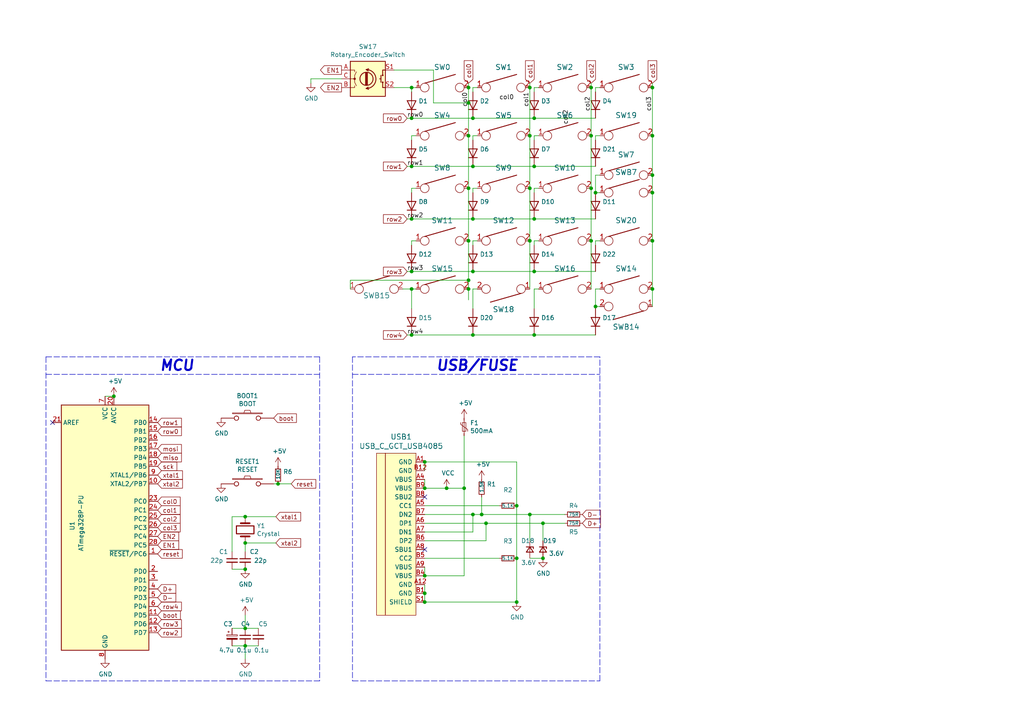
<source format=kicad_sch>
(kicad_sch (version 20211123) (generator eeschema)
  (paper "A4")
  (lib_symbols
    (symbol "Device:C_Polarized_Small" (pin_numbers hide) (pin_names (offset 0.254) hide)
      (property "Reference" "C" (at 0.254 1.778 0))
      (property "Value" "C_Polarized_Small" (at 0.254 -2.032 0))
      (symbol "C_Polarized_Small_0_1"
        (rectangle (start -1.524 -0.3048) (end 1.524 -0.6858) (fill (type outline)))
        (rectangle (start -1.524 0.6858) (end 1.524 0.3048))
        (polyline (pts (xy -1.27 1.524) (xy -0.762 1.524)))
        (polyline (pts (xy -1.016 1.27) (xy -1.016 1.778)))
      )
      (symbol "C_Polarized_Small_1_1"
        (pin passive line (at 0 2.54 270) (length 1.8542) (name "~") (number "1"))
        (pin passive line (at 0 -2.54 90) (length 1.8542) (name "~") (number "2"))
      )
    )
    (symbol "Device:C_Small" (pin_numbers hide) (pin_names (offset 0.254) hide)
      (property "Reference" "C" (at 0.254 1.778 0))
      (property "Value" "C_Small" (at 0.254 -2.032 0))
      (symbol "C_Small_0_1"
        (polyline (pts (xy -1.524 -0.508) (xy 1.524 -0.508)) (stroke (width 0.3302)))
        (polyline (pts (xy -1.524 0.508) (xy 1.524 0.508)) (stroke (width 0.3048)))
      )
      (symbol "C_Small_1_1"
        (pin passive line (at 0 2.54 270) (length 2.032) (name "~") (number "1"))
        (pin passive line (at 0 -2.54 90) (length 2.032) (name "~") (number "2"))
      )
    )
    (symbol "Device:Crystal" (pin_numbers hide) (pin_names (offset 1.016) hide)
      (property "Reference" "Y" (at 0 3.81 0))
      (property "Value" "Crystal" (at 0 -3.81 0))
      (symbol "Crystal_0_1"
        (rectangle (start -1.143 2.54) (end 1.143 -2.54) (stroke (width 0.3048)))
        (polyline (pts (xy -2.54 0) (xy -1.905 0)))
        (polyline (pts (xy -1.905 -1.27) (xy -1.905 1.27)) (stroke (width 0.508)))
        (polyline (pts (xy 1.905 -1.27) (xy 1.905 1.27)) (stroke (width 0.508)))
        (polyline (pts (xy 2.54 0) (xy 1.905 0)))
      )
      (symbol "Crystal_1_1"
        (pin passive line (at -3.81 0 0) (length 1.27) (name "1") (number "1"))
        (pin passive line (at 3.81 0 180) (length 1.27) (name "2") (number "2"))
      )
    )
    (symbol "Device:D" (pin_numbers hide) (pin_names (offset 1.016) hide)
      (property "Reference" "D" (at 0 2.54 0))
      (property "Value" "D" (at 0 -2.54 0))
      (symbol "D_0_1"
        (polyline (pts (xy -1.27 1.27) (xy -1.27 -1.27)) (stroke (width 0.254)))
        (polyline (pts (xy 1.27 0) (xy -1.27 0)))
        (polyline (pts (xy 1.27 1.27) (xy 1.27 -1.27) (xy -1.27 0) (xy 1.27 1.27)) (stroke (width 0.254)))
      )
      (symbol "D_1_1"
        (pin passive line (at -3.81 0 0) (length 2.54) (name "K") (number "1"))
        (pin passive line (at 3.81 0 180) (length 2.54) (name "A") (number "2"))
      )
    )
    (symbol "Device:D_Zener_Small" (pin_numbers hide) (pin_names (offset 0.254) hide)
      (property "Reference" "D" (at 0 2.286 0))
      (property "Value" "D_Zener_Small" (at 0 -2.286 0))
      (symbol "D_Zener_Small_0_1"
        (polyline (pts (xy 0.762 0) (xy -0.762 0)))
        (polyline (pts (xy -0.254 1.016) (xy -0.762 1.016) (xy -0.762 -1.016)) (stroke (width 0.254)))
        (polyline (pts (xy 0.762 1.016) (xy -0.762 0) (xy 0.762 -1.016) (xy 0.762 1.016)) (stroke (width 0.254)))
      )
      (symbol "D_Zener_Small_1_1"
        (pin passive line (at -2.54 0 0) (length 1.778) (name "K") (number "1"))
        (pin passive line (at 2.54 0 180) (length 1.778) (name "A") (number "2"))
      )
    )
    (symbol "Device:Polyfuse_Small" (pin_numbers hide) (pin_names (offset 0))
      (property "Reference" "F" (at -1.905 0 90))
      (property "Value" "Polyfuse_Small" (at 1.905 0 90))
      (symbol "Polyfuse_Small_0_1"
        (rectangle (start -0.508 1.27) (end 0.508 -1.27))
        (polyline (pts (xy 0 2.54) (xy 0 -2.54)))
        (polyline (pts (xy -1.016 1.27) (xy -1.016 0.762) (xy 1.016 -0.762) (xy 1.016 -1.27)))
      )
      (symbol "Polyfuse_Small_1_1"
        (pin passive line (at 0 2.54 270) (length 0.635) (name "~") (number "1"))
        (pin passive line (at 0 -2.54 90) (length 0.635) (name "~") (number "2"))
      )
    )
    (symbol "Device:R_Small" (pin_numbers hide) (pin_names (offset 0.254) hide)
      (property "Reference" "R" (at 0.762 0.508 0))
      (property "Value" "R_Small" (at 0.762 -1.016 0))
      (symbol "R_Small_0_1"
        (rectangle (start -0.762 1.778) (end 0.762 -1.778) (stroke (width 0.2032)))
      )
      (symbol "R_Small_1_1"
        (pin passive line (at 0 2.54 270) (length 0.762) (name "~") (number "1"))
        (pin passive line (at 0 -2.54 90) (length 0.762) (name "~") (number "2"))
      )
    )
    (symbol "Device:RotaryEncoder_Switch" (pin_names (offset 0.254) hide)
      (property "Reference" "SW" (at 0 6.604 0))
      (property "Value" "RotaryEncoder_Switch" (at 0 -6.604 0))
      (symbol "RotaryEncoder_Switch_0_1"
        (rectangle (start -5.08 5.08) (end 5.08 -5.08) (stroke (width 0.254)) (fill (type background)))
        (circle (center -3.81 0) (radius 0.254) (fill (type outline)))
        (arc (start -0.381 -2.794) (mid 2.3622 -0.0508) (end -0.381 2.667) (stroke (width 0.254)))
        (circle (center -0.381 0) (radius 1.905) (stroke (width 0.254)))
        (polyline (pts (xy -0.635 -1.778) (xy -0.635 1.778)) (stroke (width 0.254)))
        (polyline (pts (xy -0.381 -1.778) (xy -0.381 1.778)) (stroke (width 0.254)))
        (polyline (pts (xy -0.127 1.778) (xy -0.127 -1.778)) (stroke (width 0.254)))
        (polyline (pts (xy 3.81 0) (xy 3.429 0)) (stroke (width 0.254)))
        (polyline (pts (xy 3.81 1.016) (xy 3.81 -1.016)) (stroke (width 0.254)))
        (polyline (pts (xy -5.08 -2.54) (xy -3.81 -2.54) (xy -3.81 -2.032)))
        (polyline (pts (xy -5.08 2.54) (xy -3.81 2.54) (xy -3.81 2.032)))
        (polyline (pts (xy 0.254 -3.048) (xy -0.508 -2.794) (xy 0.127 -2.413)) (stroke (width 0.254)))
        (polyline (pts (xy 0.254 2.921) (xy -0.508 2.667) (xy 0.127 2.286)) (stroke (width 0.254)))
        (polyline (pts (xy 5.08 -2.54) (xy 4.318 -2.54) (xy 4.318 -1.016)) (stroke (width 0.254)))
        (polyline (pts (xy 5.08 2.54) (xy 4.318 2.54) (xy 4.318 1.016)) (stroke (width 0.254)))
        (polyline (pts (xy -5.08 0) (xy -3.81 0) (xy -3.81 -1.016) (xy -3.302 -2.032)))
        (polyline (pts (xy -4.318 0) (xy -3.81 0) (xy -3.81 1.016) (xy -3.302 2.032)))
        (circle (center 4.318 -1.016) (radius 0.127) (stroke (width 0.254)))
        (circle (center 4.318 1.016) (radius 0.127) (stroke (width 0.254)))
      )
      (symbol "RotaryEncoder_Switch_1_1"
        (pin passive line (at -7.62 2.54 0) (length 2.54) (name "A") (number "A"))
        (pin passive line (at -7.62 -2.54 0) (length 2.54) (name "B") (number "B"))
        (pin passive line (at -7.62 0 0) (length 2.54) (name "C") (number "C"))
        (pin passive line (at 7.62 2.54 180) (length 2.54) (name "S1") (number "S1"))
        (pin passive line (at 7.62 -2.54 180) (length 2.54) (name "S2") (number "S2"))
      )
    )
    (symbol "discipad-pro-rescue:ATmega328P-PU-MCU_Microchip_ATmega-discipad-pcb-rescue"
      (property "Reference" "U" (at -12.7 36.83 0))
      (property "Value" "ATmega328P-PU-MCU_Microchip_ATmega-discipad-pcb-rescue" (at 2.54 -36.83 0))
      (symbol "ATmega328P-PU-MCU_Microchip_ATmega-discipad-pcb-rescue_0_1"
        (rectangle (start -12.7 -35.56) (end 12.7 35.56) (stroke (width 0.254)) (fill (type background)))
      )
      (symbol "ATmega328P-PU-MCU_Microchip_ATmega-discipad-pcb-rescue_1_1"
        (pin bidirectional line (at 15.24 -7.62 180) (length 2.54) (name "~{RESET}/PC6") (number "1"))
        (pin bidirectional line (at 15.24 12.7 180) (length 2.54) (name "XTAL2/PB7") (number "10"))
        (pin bidirectional line (at 15.24 -25.4 180) (length 2.54) (name "PD5") (number "11"))
        (pin bidirectional line (at 15.24 -27.94 180) (length 2.54) (name "PD6") (number "12"))
        (pin bidirectional line (at 15.24 -30.48 180) (length 2.54) (name "PD7") (number "13"))
        (pin bidirectional line (at 15.24 30.48 180) (length 2.54) (name "PB0") (number "14"))
        (pin bidirectional line (at 15.24 27.94 180) (length 2.54) (name "PB1") (number "15"))
        (pin bidirectional line (at 15.24 25.4 180) (length 2.54) (name "PB2") (number "16"))
        (pin bidirectional line (at 15.24 22.86 180) (length 2.54) (name "PB3") (number "17"))
        (pin bidirectional line (at 15.24 20.32 180) (length 2.54) (name "PB4") (number "18"))
        (pin bidirectional line (at 15.24 17.78 180) (length 2.54) (name "PB5") (number "19"))
        (pin bidirectional line (at 15.24 -12.7 180) (length 2.54) (name "PD0") (number "2"))
        (pin power_in line (at 2.54 38.1 270) (length 2.54) (name "AVCC") (number "20"))
        (pin input line (at -15.24 30.48 0) (length 2.54) (name "AREF") (number "21"))
        (pin passive line (at 0 -38.1 90) (length 2.54) hide (name "GND") (number "22"))
        (pin bidirectional line (at 15.24 7.62 180) (length 2.54) (name "PC0") (number "23"))
        (pin bidirectional line (at 15.24 5.08 180) (length 2.54) (name "PC1") (number "24"))
        (pin bidirectional line (at 15.24 2.54 180) (length 2.54) (name "PC2") (number "25"))
        (pin bidirectional line (at 15.24 0 180) (length 2.54) (name "PC3") (number "26"))
        (pin bidirectional line (at 15.24 -2.54 180) (length 2.54) (name "PC4") (number "27"))
        (pin bidirectional line (at 15.24 -5.08 180) (length 2.54) (name "PC5") (number "28"))
        (pin bidirectional line (at 15.24 -15.24 180) (length 2.54) (name "PD1") (number "3"))
        (pin bidirectional line (at 15.24 -17.78 180) (length 2.54) (name "PD2") (number "4"))
        (pin bidirectional line (at 15.24 -20.32 180) (length 2.54) (name "PD3") (number "5"))
        (pin bidirectional line (at 15.24 -22.86 180) (length 2.54) (name "PD4") (number "6"))
        (pin power_in line (at 0 38.1 270) (length 2.54) (name "VCC") (number "7"))
        (pin power_in line (at 0 -38.1 90) (length 2.54) (name "GND") (number "8"))
        (pin bidirectional line (at 15.24 15.24 180) (length 2.54) (name "XTAL1/PB6") (number "9"))
      )
    )
    (symbol "discipad-pro-rescue:KEYSW-swapped-keyboard_parts-discipad-pcb-rescue" (pin_names (offset 1.016))
      (property "Reference" "K?" (at -1.27 0 0))
      (symbol "KEYSW-swapped-keyboard_parts-discipad-pcb-rescue_0_1"
        (circle (center -5.08 0) (radius 1.27))
        (polyline (pts (xy -5.08 1.27) (xy 3.81 3.81)) (stroke (width 0.254)))
        (circle (center 5.08 0) (radius 1.27))
      )
      (symbol "KEYSW-swapped-keyboard_parts-discipad-pcb-rescue_1_1"
        (pin passive line (at -7.62 0 0) (length 1.27) (name "~") (number "1"))
        (pin passive line (at 7.62 0 180) (length 1.27) (name "~") (number "2"))
      )
    )
    (symbol "discipad-pro-rescue:SW_PUSH-keyboard_parts-discipad-pcb-rescue" (pin_numbers hide) (pin_names (offset 1.016) hide)
      (property "Reference" "SW" (at 3.81 2.794 0))
      (property "Value" "SW_PUSH-keyboard_parts-discipad-pcb-rescue" (at 0 -2.032 0))
      (symbol "SW_PUSH-keyboard_parts-discipad-pcb-rescue_0_1"
        (rectangle (start -4.318 1.27) (end 4.318 1.524))
        (polyline (pts (xy -1.016 1.524) (xy -0.762 2.286) (xy 0.762 2.286) (xy 1.016 1.524)))
        (pin passive inverted (at -7.62 0 0) (length 5.08) (name "1") (number "1"))
        (pin passive inverted (at 7.62 0 180) (length 5.08) (name "2") (number "2"))
      )
    )
    (symbol "discipad-pro-rescue:USB_C_GCT_USB4085-Type-C-discipad-pcb-rescue" (pin_names (offset 1.016))
      (property "Reference" "USB" (at -5.08 22.86 0))
      (property "Value" "USB_C_GCT_USB4085-Type-C-discipad-pcb-rescue" (at -10.16 -1.27 90))
      (symbol "USB_C_GCT_USB4085-Type-C-discipad-pcb-rescue_0_1"
        (rectangle (start -11.43 21.59) (end -8.89 -25.4) (fill (type background)))
        (rectangle (start 0 -25.4) (end -8.89 21.59) (fill (type background)))
      )
      (symbol "USB_C_GCT_USB4085-Type-C-discipad-pcb-rescue_1_1"
        (pin input line (at 2.54 19.05 180) (length 2.54) (name "GND") (number "A1"))
        (pin input line (at 2.54 -16.51 180) (length 2.54) (name "GND") (number "A12"))
        (pin input line (at 2.54 13.97 180) (length 2.54) (name "VBUS") (number "A4"))
        (pin input line (at 2.54 6.35 180) (length 2.54) (name "CC1") (number "A5"))
        (pin input line (at 2.54 1.27 180) (length 2.54) (name "DP1") (number "A6"))
        (pin input line (at 2.54 -1.27 180) (length 2.54) (name "DN1") (number "A7"))
        (pin input line (at 2.54 -6.35 180) (length 2.54) (name "SBU1") (number "A8"))
        (pin input line (at 2.54 -11.43 180) (length 2.54) (name "VBUS") (number "A9"))
        (pin input line (at 2.54 -19.05 180) (length 2.54) (name "GND") (number "B1"))
        (pin input line (at 2.54 16.51 180) (length 2.54) (name "GND") (number "B12"))
        (pin input line (at 2.54 -13.97 180) (length 2.54) (name "VBUS") (number "B4"))
        (pin input line (at 2.54 -8.89 180) (length 2.54) (name "CC2") (number "B5"))
        (pin input line (at 2.54 -3.81 180) (length 2.54) (name "DP2") (number "B6"))
        (pin input line (at 2.54 3.81 180) (length 2.54) (name "DN2") (number "B7"))
        (pin input line (at 2.54 8.89 180) (length 2.54) (name "SBU2") (number "B8"))
        (pin input line (at 2.54 11.43 180) (length 2.54) (name "VBUS") (number "B9"))
        (pin input line (at 2.54 -21.59 180) (length 2.54) (name "SHIELD") (number "S1"))
      )
    )
    (symbol "power:+5V" (power) (pin_names (offset 0))
      (property "Value" "+5V" (at 0 3.556 0))
      (symbol "+5V_0_1"
        (polyline (pts (xy -0.762 1.27) (xy 0 2.54)))
        (polyline (pts (xy 0 0) (xy 0 2.54)))
        (polyline (pts (xy 0 2.54) (xy 0.762 1.27)))
      )
      (symbol "+5V_1_1"
        (pin power_in line (at 0 0 90) (length 0) hide (name "+5V") (number "1"))
      )
    )
    (symbol "power:GND" (power) (pin_names (offset 0))
      (property "Value" "GND" (at 0 -3.81 0))
      (symbol "GND_0_1"
        (polyline (pts (xy 0 0) (xy 0 -1.27) (xy 1.27 -1.27) (xy 0 -2.54) (xy -1.27 -1.27) (xy 0 -1.27)))
      )
      (symbol "GND_1_1"
        (pin power_in line (at 0 0 270) (length 0) hide (name "GND") (number "1"))
      )
    )
    (symbol "power:VCC" (power) (pin_names (offset 0))
      (property "Value" "VCC" (at 0 3.81 0))
      (symbol "VCC_0_1"
        (polyline (pts (xy -0.762 1.27) (xy 0 2.54)))
        (polyline (pts (xy 0 0) (xy 0 2.54)))
        (polyline (pts (xy 0 2.54) (xy 0.762 1.27)))
      )
      (symbol "VCC_1_1"
        (pin power_in line (at 0 0 90) (length 0) hide (name "VCC") (number "1"))
      )
    )
  )
  (junction (at 157.48 161.925))
  (junction (at 135.89 69.85))
  (junction (at 71.12 149.86))
  (junction (at 149.86 174.625))
  (junction (at 154.94 34.29))
  (junction (at 123.19 174.625))
  (junction (at 172.72 88.9))
  (junction (at 149.86 161.925))
  (junction (at 153.67 54.61))
  (junction (at 71.12 182.245))
  (junction (at 153.67 25.4))
  (junction (at 135.89 25.4))
  (junction (at 153.67 69.85))
  (junction (at 137.16 63.5))
  (junction (at 135.89 54.61))
  (junction (at 119.38 34.29))
  (junction (at 137.16 97.155))
  (junction (at 71.12 165.1))
  (junction (at 119.38 83.82))
  (junction (at 189.23 39.37))
  (junction (at 71.12 187.325))
  (junction (at 119.38 97.155))
  (junction (at 123.19 141.605))
  (junction (at 137.16 48.26))
  (junction (at 119.38 78.74))
  (junction (at 149.86 146.685))
  (junction (at 129.54 141.605))
  (junction (at 154.94 48.26))
  (junction (at 71.12 157.48))
  (junction (at 123.19 167.005))
  (junction (at 154.94 97.155))
  (junction (at 189.23 83.82))
  (junction (at 135.89 81.28))
  (junction (at 153.67 149.225))
  (junction (at 137.16 78.74))
  (junction (at 123.19 133.985))
  (junction (at 139.7 149.225))
  (junction (at 172.72 55.88))
  (junction (at 119.38 48.26))
  (junction (at 153.67 39.37))
  (junction (at 135.89 29.845))
  (junction (at 157.48 151.765))
  (junction (at 189.23 25.4))
  (junction (at 189.23 55.88))
  (junction (at 119.38 25.4))
  (junction (at 189.23 50.8))
  (junction (at 189.23 69.85))
  (junction (at 137.16 149.225))
  (junction (at 135.89 39.37))
  (junction (at 134.62 141.605))
  (junction (at 33.02 114.935))
  (junction (at 80.645 140.335))
  (junction (at 135.89 83.82))
  (junction (at 171.45 69.85))
  (junction (at 171.45 25.4))
  (junction (at 171.45 54.61))
  (junction (at 154.94 78.74))
  (junction (at 171.45 39.37))
  (junction (at 154.94 63.5))
  (junction (at 123.19 172.085))
  (junction (at 137.16 34.29))
  (junction (at 119.38 63.5))
  (junction (at 140.97 151.765))
  (no_connect (at 123.19 144.145))
  (no_connect (at 15.24 122.555))
  (no_connect (at 123.19 159.385))
  (wire (pts (xy 173.99 83.82) (xy 172.72 83.82)))
  (wire (pts (xy 119.38 54.61) (xy 119.38 55.88)))
  (wire (pts (xy 114.3 25.4) (xy 119.38 25.4)))
  (wire (pts (xy 123.19 136.525) (xy 123.19 133.985)))
  (wire (pts (xy 118.11 48.26) (xy 119.38 48.26)))
  (wire (pts (xy 135.89 86.995) (xy 135.89 83.82)))
  (wire (pts (xy 137.16 34.29) (xy 154.94 34.29)))
  (wire (pts (xy 137.16 25.4) (xy 137.16 26.67)))
  (wire (pts (xy 149.86 161.925) (xy 149.86 174.625)))
  (wire (pts (xy 135.89 69.85) (xy 135.89 81.28)))
  (wire (pts (xy 71.12 157.48) (xy 71.12 160.02)))
  (wire (pts (xy 171.45 54.61) (xy 171.45 69.85)))
  (wire (pts (xy 172.72 50.8) (xy 173.99 50.8)))
  (wire (pts (xy 154.94 63.5) (xy 172.72 63.5)))
  (wire (pts (xy 123.19 161.925) (xy 144.78 161.925)))
  (polyline (pts (xy 102.235 197.485) (xy 173.99 197.485)))
  (wire (pts (xy 172.72 69.85) (xy 172.72 71.12)))
  (wire (pts (xy 172.72 83.82) (xy 172.72 88.9)))
  (wire (pts (xy 125.73 29.845) (xy 135.89 29.845)))
  (wire (pts (xy 172.72 50.8) (xy 172.72 55.88)))
  (wire (pts (xy 140.97 156.845) (xy 140.97 151.765)))
  (wire (pts (xy 123.19 169.545) (xy 123.19 172.085)))
  (wire (pts (xy 137.16 97.155) (xy 154.94 97.155)))
  (wire (pts (xy 138.43 83.82) (xy 137.16 83.82)))
  (wire (pts (xy 154.94 34.29) (xy 172.72 34.29)))
  (wire (pts (xy 71.12 187.325) (xy 74.93 187.325)))
  (wire (pts (xy 173.99 39.37) (xy 172.72 39.37)))
  (wire (pts (xy 137.16 154.305) (xy 137.16 149.225)))
  (wire (pts (xy 153.67 161.925) (xy 157.48 161.925)))
  (wire (pts (xy 118.11 63.5) (xy 119.38 63.5)))
  (polyline (pts (xy 92.71 103.505) (xy 92.71 197.485)))
  (wire (pts (xy 120.65 39.37) (xy 119.38 39.37)))
  (wire (pts (xy 154.94 39.37) (xy 154.94 40.64)))
  (wire (pts (xy 30.48 114.935) (xy 33.02 114.935)))
  (wire (pts (xy 67.31 149.86) (xy 67.31 160.02)))
  (wire (pts (xy 154.94 97.155) (xy 172.72 97.155)))
  (wire (pts (xy 125.73 20.32) (xy 125.73 29.845)))
  (wire (pts (xy 138.43 39.37) (xy 137.16 39.37)))
  (wire (pts (xy 149.86 146.685) (xy 149.86 161.925)))
  (wire (pts (xy 189.23 83.82) (xy 189.23 88.9)))
  (wire (pts (xy 79.375 140.335) (xy 80.645 140.335)))
  (wire (pts (xy 123.19 167.005) (xy 123.19 164.465)))
  (wire (pts (xy 156.21 25.4) (xy 154.94 25.4)))
  (wire (pts (xy 154.94 78.74) (xy 172.72 78.74)))
  (wire (pts (xy 90.17 22.86) (xy 99.06 22.86)))
  (wire (pts (xy 172.72 88.9) (xy 172.72 89.535)))
  (wire (pts (xy 135.89 69.85) (xy 135.89 54.61)))
  (wire (pts (xy 123.19 174.625) (xy 149.86 174.625)))
  (wire (pts (xy 71.12 157.48) (xy 80.01 157.48)))
  (wire (pts (xy 173.99 25.4) (xy 172.72 25.4)))
  (wire (pts (xy 119.38 78.74) (xy 137.16 78.74)))
  (wire (pts (xy 156.21 69.85) (xy 154.94 69.85)))
  (wire (pts (xy 119.38 25.4) (xy 119.38 26.67)))
  (polyline (pts (xy 13.335 103.505) (xy 92.71 103.505)))
  (wire (pts (xy 119.38 48.26) (xy 137.16 48.26)))
  (wire (pts (xy 135.89 39.37) (xy 135.89 54.61)))
  (wire (pts (xy 172.72 88.9) (xy 173.99 88.9)))
  (wire (pts (xy 120.65 25.4) (xy 119.38 25.4)))
  (wire (pts (xy 154.94 54.61) (xy 154.94 55.88)))
  (wire (pts (xy 153.67 149.225) (xy 163.83 149.225)))
  (wire (pts (xy 140.97 151.765) (xy 157.48 151.765)))
  (wire (pts (xy 123.19 167.005) (xy 134.62 167.005)))
  (wire (pts (xy 123.19 141.605) (xy 129.54 141.605)))
  (wire (pts (xy 90.17 24.13) (xy 90.17 22.86)))
  (wire (pts (xy 71.12 187.325) (xy 71.12 191.135)))
  (wire (pts (xy 119.38 69.85) (xy 119.38 71.12)))
  (wire (pts (xy 119.38 39.37) (xy 119.38 40.64)))
  (polyline (pts (xy 173.99 197.485) (xy 173.99 103.505)))
  (wire (pts (xy 134.62 141.605) (xy 134.62 126.365)))
  (wire (pts (xy 171.45 69.85) (xy 171.45 83.82)))
  (wire (pts (xy 156.21 83.82) (xy 154.94 83.82)))
  (wire (pts (xy 137.16 83.82) (xy 137.16 89.535)))
  (wire (pts (xy 154.94 25.4) (xy 154.94 26.67)))
  (wire (pts (xy 116.84 83.82) (xy 119.38 83.82)))
  (wire (pts (xy 171.45 25.4) (xy 171.45 39.37)))
  (wire (pts (xy 171.45 39.37) (xy 171.45 54.61)))
  (wire (pts (xy 137.16 54.61) (xy 137.16 55.88)))
  (wire (pts (xy 118.11 34.29) (xy 119.38 34.29)))
  (wire (pts (xy 154.94 83.82) (xy 154.94 89.535)))
  (wire (pts (xy 119.38 63.5) (xy 137.16 63.5)))
  (wire (pts (xy 71.12 182.245) (xy 74.93 182.245)))
  (wire (pts (xy 157.48 156.845) (xy 157.48 151.765)))
  (wire (pts (xy 120.65 69.85) (xy 119.38 69.85)))
  (wire (pts (xy 153.67 24.13) (xy 153.67 25.4)))
  (wire (pts (xy 156.21 39.37) (xy 154.94 39.37)))
  (wire (pts (xy 120.65 54.61) (xy 119.38 54.61)))
  (wire (pts (xy 139.7 149.225) (xy 137.16 149.225)))
  (wire (pts (xy 71.12 149.86) (xy 67.31 149.86)))
  (wire (pts (xy 114.3 20.32) (xy 125.73 20.32)))
  (wire (pts (xy 156.21 54.61) (xy 154.94 54.61)))
  (wire (pts (xy 67.31 187.325) (xy 71.12 187.325)))
  (wire (pts (xy 138.43 25.4) (xy 137.16 25.4)))
  (polyline (pts (xy 13.335 197.485) (xy 92.71 197.485)))
  (polyline (pts (xy 102.235 108.585) (xy 173.99 108.585)))
  (wire (pts (xy 189.23 55.88) (xy 189.23 69.85)))
  (wire (pts (xy 118.11 78.74) (xy 119.38 78.74)))
  (polyline (pts (xy 13.335 108.585) (xy 92.71 108.585)))
  (wire (pts (xy 123.19 141.605) (xy 123.19 139.065)))
  (wire (pts (xy 173.99 69.85) (xy 172.72 69.85)))
  (wire (pts (xy 189.23 39.37) (xy 189.23 50.8)))
  (wire (pts (xy 123.19 133.985) (xy 149.86 133.985)))
  (wire (pts (xy 137.16 78.74) (xy 154.94 78.74)))
  (wire (pts (xy 153.67 54.61) (xy 153.67 69.85)))
  (wire (pts (xy 118.11 97.155) (xy 119.38 97.155)))
  (wire (pts (xy 119.38 34.29) (xy 137.16 34.29)))
  (wire (pts (xy 123.19 156.845) (xy 140.97 156.845)))
  (wire (pts (xy 189.23 50.8) (xy 189.23 55.88)))
  (polyline (pts (xy 173.99 103.505) (xy 102.235 103.505)))
  (wire (pts (xy 135.89 81.28) (xy 135.89 83.82)))
  (wire (pts (xy 123.19 172.085) (xy 123.19 174.625)))
  (polyline (pts (xy 102.235 103.505) (xy 102.235 197.485)))
  (wire (pts (xy 134.62 167.005) (xy 134.62 141.605)))
  (wire (pts (xy 154.94 69.85) (xy 154.94 71.12)))
  (wire (pts (xy 172.72 25.4) (xy 172.72 26.67)))
  (wire (pts (xy 119.38 83.82) (xy 119.38 89.535)))
  (polyline (pts (xy 13.335 103.505) (xy 13.335 197.485)))
  (wire (pts (xy 135.89 24.13) (xy 135.89 25.4)))
  (wire (pts (xy 153.67 25.4) (xy 153.67 39.37)))
  (wire (pts (xy 189.23 25.4) (xy 189.23 39.37)))
  (wire (pts (xy 137.16 149.225) (xy 123.19 149.225)))
  (wire (pts (xy 135.89 25.4) (xy 135.89 29.845)))
  (wire (pts (xy 71.12 182.245) (xy 71.12 178.435)))
  (wire (pts (xy 67.31 165.1) (xy 71.12 165.1)))
  (wire (pts (xy 137.16 48.26) (xy 154.94 48.26)))
  (wire (pts (xy 137.16 69.85) (xy 137.16 71.12)))
  (wire (pts (xy 137.16 63.5) (xy 154.94 63.5)))
  (wire (pts (xy 153.67 156.845) (xy 153.67 149.225)))
  (wire (pts (xy 135.89 29.845) (xy 135.89 39.37)))
  (wire (pts (xy 139.7 149.225) (xy 139.7 144.145)))
  (wire (pts (xy 153.67 69.85) (xy 153.67 83.82)))
  (wire (pts (xy 101.6 81.28) (xy 135.89 81.28)))
  (wire (pts (xy 123.19 154.305) (xy 137.16 154.305)))
  (wire (pts (xy 189.23 69.85) (xy 189.23 83.82)))
  (wire (pts (xy 137.16 39.37) (xy 137.16 40.64)))
  (wire (pts (xy 153.67 149.225) (xy 139.7 149.225)))
  (wire (pts (xy 153.67 39.37) (xy 153.67 54.61)))
  (wire (pts (xy 120.65 83.82) (xy 119.38 83.82)))
  (wire (pts (xy 129.54 141.605) (xy 134.62 141.605)))
  (wire (pts (xy 172.72 39.37) (xy 172.72 40.64)))
  (wire (pts (xy 123.19 146.685) (xy 144.78 146.685)))
  (wire (pts (xy 138.43 69.85) (xy 137.16 69.85)))
  (wire (pts (xy 123.19 151.765) (xy 140.97 151.765)))
  (wire (pts (xy 154.94 48.26) (xy 172.72 48.26)))
  (wire (pts (xy 171.45 24.13) (xy 171.45 25.4)))
  (wire (pts (xy 119.38 97.155) (xy 137.16 97.155)))
  (wire (pts (xy 172.72 55.88) (xy 173.99 55.88)))
  (wire (pts (xy 189.23 24.13) (xy 189.23 25.4)))
  (wire (pts (xy 67.31 182.245) (xy 71.12 182.245)))
  (wire (pts (xy 157.48 151.765) (xy 163.83 151.765)))
  (wire (pts (xy 149.86 133.985) (xy 149.86 146.685)))
  (wire (pts (xy 71.12 149.86) (xy 80.01 149.86)))
  (wire (pts (xy 80.645 140.335) (xy 84.455 140.335)))
  (wire (pts (xy 101.6 83.82) (xy 101.6 81.28)))
  (wire (pts (xy 138.43 54.61) (xy 137.16 54.61)))
  (text "USB/FUSE" (at 150.495 107.95 180) (effects (font (size 2.9972 2.9972) (thickness 0.5994) bold italic) (justify right bottom)))
  (text "MCU" (at 56.515 107.95 180) (effects (font (size 2.9972 2.9972) (thickness 0.5994) bold italic) (justify right bottom)))
  (label "row1" (at 118.11 48.26 0))
  (label "row4" (at 118.11 97.155 0))
  (label "col0" (at 135.89 26.67 270))
  (label "col1" (at 153.67 26.67 270))
  (label "col2" (at 165.1 31.75 270))
  (label "row3" (at 118.11 78.74 0))
  (label "row2" (at 118.11 63.5 0))
  (label "col3" (at 189.23 27.94 270))
  (label "row0" (at 118.11 34.29 0))
  (label "col0" (at 144.78 29.21 0))
  (label "col2" (at 171.45 27.94 270))
  (global_label "xtal1" (shape input) (at 80.01 149.86 0) (property "Intersheet References" "${INTERSHEET_REFS}" (effects hide)))
  (global_label "col0" (shape input) (at 135.89 24.13 90) (property "Intersheet References" "${INTERSHEET_REFS}" (effects hide)))
  (global_label "row4" (shape input) (at 118.11 97.155 180) (property "Intersheet References" "${INTERSHEET_REFS}" (effects hide)))
  (global_label "EN1" (shape input) (at 45.72 158.115 0) (property "Intersheet References" "${INTERSHEET_REFS}" (effects hide)))
  (global_label "row2" (shape input) (at 45.72 183.515 0) (property "Intersheet References" "${INTERSHEET_REFS}" (effects hide)))
  (global_label "row0" (shape input) (at 118.11 34.29 180) (property "Intersheet References" "${INTERSHEET_REFS}" (effects hide)))
  (global_label "col1" (shape input) (at 45.72 147.955 0) (property "Intersheet References" "${INTERSHEET_REFS}" (effects hide)))
  (global_label "row2" (shape input) (at 118.11 63.5 180) (property "Intersheet References" "${INTERSHEET_REFS}" (effects hide)))
  (global_label "col2" (shape input) (at 45.72 150.495 0) (property "Intersheet References" "${INTERSHEET_REFS}" (effects hide)))
  (global_label "xtal2" (shape input) (at 80.01 157.48 0) (property "Intersheet References" "${INTERSHEET_REFS}" (effects hide)))
  (global_label "D+" (shape input) (at 45.72 170.815 0) (property "Intersheet References" "${INTERSHEET_REFS}" (effects hide)))
  (global_label "mosi" (shape input) (at 45.72 130.175 0) (property "Intersheet References" "${INTERSHEET_REFS}" (effects hide)))
  (global_label "miso" (shape input) (at 45.72 132.715 0) (property "Intersheet References" "${INTERSHEET_REFS}" (effects hide)))
  (global_label "xtal1" (shape input) (at 45.72 137.795 0) (property "Intersheet References" "${INTERSHEET_REFS}" (effects hide)))
  (global_label "row1" (shape input) (at 118.11 48.26 180) (property "Intersheet References" "${INTERSHEET_REFS}" (effects hide)))
  (global_label "row4" (shape input) (at 45.72 175.895 0) (property "Intersheet References" "${INTERSHEET_REFS}" (effects hide)))
  (global_label "D-" (shape input) (at 168.91 149.225 0) (property "Intersheet References" "${INTERSHEET_REFS}" (effects hide)))
  (global_label "col0" (shape input) (at 45.72 145.415 0) (property "Intersheet References" "${INTERSHEET_REFS}" (effects hide)))
  (global_label "row1" (shape input) (at 45.72 122.555 0) (property "Intersheet References" "${INTERSHEET_REFS}" (effects hide)))
  (global_label "row3" (shape input) (at 45.72 180.975 0) (property "Intersheet References" "${INTERSHEET_REFS}" (effects hide)))
  (global_label "EN2" (shape input) (at 45.72 155.575 0) (property "Intersheet References" "${INTERSHEET_REFS}" (effects hide)))
  (global_label "xtal2" (shape input) (at 45.72 140.335 0) (property "Intersheet References" "${INTERSHEET_REFS}" (effects hide)))
  (global_label "D-" (shape input) (at 45.72 173.355 0) (property "Intersheet References" "${INTERSHEET_REFS}" (effects hide)))
  (global_label "boot" (shape input) (at 79.375 121.285 0) (property "Intersheet References" "${INTERSHEET_REFS}" (effects hide)))
  (global_label "sck" (shape input) (at 45.72 135.255 0) (property "Intersheet References" "${INTERSHEET_REFS}" (effects hide)))
  (global_label "col3" (shape input) (at 45.72 153.035 0) (property "Intersheet References" "${INTERSHEET_REFS}" (effects hide)))
  (global_label "reset" (shape input) (at 45.72 160.655 0) (property "Intersheet References" "${INTERSHEET_REFS}" (effects hide)))
  (global_label "col1" (shape input) (at 153.67 24.13 90) (property "Intersheet References" "${INTERSHEET_REFS}" (effects hide)))
  (global_label "EN2" (shape output) (at 99.06 25.4 180) (property "Intersheet References" "${INTERSHEET_REFS}" (effects hide)))
  (global_label "row0" (shape input) (at 45.72 125.095 0) (property "Intersheet References" "${INTERSHEET_REFS}" (effects hide)))
  (global_label "col2" (shape input) (at 171.45 24.13 90) (property "Intersheet References" "${INTERSHEET_REFS}" (effects hide)))
  (global_label "D+" (shape input) (at 168.91 151.765 0) (property "Intersheet References" "${INTERSHEET_REFS}" (effects hide)))
  (global_label "EN1" (shape output) (at 99.06 20.32 180) (property "Intersheet References" "${INTERSHEET_REFS}" (effects hide)))
  (global_label "col3" (shape input) (at 189.23 24.13 90) (property "Intersheet References" "${INTERSHEET_REFS}" (effects hide)))
  (global_label "boot" (shape input) (at 45.72 178.435 0) (property "Intersheet References" "${INTERSHEET_REFS}" (effects hide)))
  (global_label "reset" (shape input) (at 84.455 140.335 0) (property "Intersheet References" "${INTERSHEET_REFS}" (effects hide)))
  (global_label "row3" (shape input) (at 118.11 78.74 180) (property "Intersheet References" "${INTERSHEET_REFS}" (effects hide)))
  (symbol (lib_id "discipad-pro-rescue:KEYSW-swapped-keyboard_parts-discipad-pcb-rescue") (at 128.27 25.4 0) (unit 1)
    (property "Reference" "SW0" (at 128.27 19.4818 0) (effects (font (size 1.524 1.524))))
    (property "Value" "KEYSW" (effects hide))
    (property "Footprint" "discipad:Kailh_MX_Socket-swapped-pads" (effects hide))
  )
  (symbol (lib_id "Device:D") (at 119.38 30.48 90) (unit 1)
    (property "Reference" "D1" (at 121.3866 29.3116 90) (effects (justify right)))
    (property "Value" " " (at 121.3866 31.623 90) (effects (justify right)))
    (property "Footprint" "discipad:D_DO-35_SOD27_P5.08mm_Horizontal" (effects hide))
  )
  (symbol (lib_id "discipad-pro-rescue:KEYSW-swapped-keyboard_parts-discipad-pcb-rescue") (at 146.05 25.4 0) (unit 1)
    (property "Reference" "SW1" (at 146.05 19.4818 0) (effects (font (size 1.524 1.524))))
    (property "Value" "KEYSW" (effects hide))
    (property "Footprint" "discipad:Kailh_MX_Socket-swapped-pads" (effects hide))
  )
  (symbol (lib_id "Device:D") (at 137.16 30.48 90) (unit 1)
    (property "Reference" "D2" (at 139.1666 29.3116 90) (effects (justify right)))
    (property "Value" " " (at 139.1666 31.623 90) (effects (justify right)))
    (property "Footprint" "discipad:D_DO-35_SOD27_P5.08mm_Horizontal" (effects hide))
  )
  (symbol (lib_id "discipad-pro-rescue:KEYSW-swapped-keyboard_parts-discipad-pcb-rescue") (at 163.83 25.4 0) (unit 1)
    (property "Reference" "SW2" (at 163.83 19.4818 0) (effects (font (size 1.524 1.524))))
    (property "Value" "KEYSW" (effects hide))
    (property "Footprint" "discipad:Kailh_MX_Socket-swapped-pads" (effects hide))
  )
  (symbol (lib_id "Device:D") (at 154.94 30.48 90) (unit 1)
    (property "Reference" "D3" (at 156.9466 29.3116 90) (effects (justify right)))
    (property "Value" " " (at 156.9466 31.623 90) (effects (justify right)))
    (property "Footprint" "discipad:D_DO-35_SOD27_P5.08mm_Horizontal" (effects hide))
  )
  (symbol (lib_id "discipad-pro-rescue:KEYSW-swapped-keyboard_parts-discipad-pcb-rescue") (at 181.61 25.4 0) (unit 1)
    (property "Reference" "SW3" (at 181.61 19.4818 0) (effects (font (size 1.524 1.524))))
    (property "Value" "KEYSW" (effects hide))
    (property "Footprint" "discipad:Kailh_MX_Socket-swapped-pads" (effects hide))
  )
  (symbol (lib_id "Device:D") (at 172.72 30.48 90) (unit 1)
    (property "Reference" "D4" (at 174.7266 29.3116 90) (effects (justify right)))
    (property "Value" " " (at 174.7266 31.623 90) (effects (justify right)))
    (property "Footprint" "discipad:D_DO-35_SOD27_P5.08mm_Horizontal" (effects hide))
  )
  (symbol (lib_id "discipad-pro-rescue:KEYSW-swapped-keyboard_parts-discipad-pcb-rescue") (at 128.27 39.37 0) (unit 1)
    (property "Reference" "SW4" (at 128.27 33.4518 0) (effects (font (size 1.524 1.524))))
    (property "Value" "KEYSW" (effects hide))
    (property "Footprint" "discipad:Kailh_MX_Socket-swapped-pads" (effects hide))
  )
  (symbol (lib_id "Device:D") (at 119.38 44.45 90) (unit 1)
    (property "Reference" "D5" (at 121.3866 43.2816 90) (effects (justify right)))
    (property "Value" " " (at 121.3866 45.593 90) (effects (justify right)))
    (property "Footprint" "discipad:D_DO-35_SOD27_P5.08mm_Horizontal" (effects hide))
  )
  (symbol (lib_id "discipad-pro-rescue:KEYSW-swapped-keyboard_parts-discipad-pcb-rescue") (at 146.05 39.37 0) (unit 1)
    (property "Reference" "SW5" (at 146.05 33.4518 0) (effects (font (size 1.524 1.524))))
    (property "Value" "KEYSW" (effects hide))
    (property "Footprint" "discipad:Kailh_MX_Socket-swapped-pads" (effects hide))
  )
  (symbol (lib_id "Device:D") (at 137.16 44.45 90) (unit 1)
    (property "Reference" "D6" (at 139.1666 43.2816 90) (effects (justify right)))
    (property "Value" " " (at 139.1666 45.593 90) (effects (justify right)))
    (property "Footprint" "discipad:D_DO-35_SOD27_P5.08mm_Horizontal" (effects hide))
  )
  (symbol (lib_id "discipad-pro-rescue:KEYSW-swapped-keyboard_parts-discipad-pcb-rescue") (at 163.83 39.37 0) (unit 1)
    (property "Reference" "SW6" (at 163.83 33.4518 0) (effects (font (size 1.524 1.524))))
    (property "Value" "KEYSW" (effects hide))
    (property "Footprint" "discipad:Kailh_MX_Socket-swapped-pads" (effects hide))
  )
  (symbol (lib_id "Device:D") (at 154.94 44.45 90) (unit 1)
    (property "Reference" "D7" (at 156.9466 43.2816 90) (effects (justify right)))
    (property "Value" " " (at 156.9466 45.593 90) (effects (justify right)))
    (property "Footprint" "discipad:D_DO-35_SOD27_P5.08mm_Horizontal" (effects hide))
  )
  (symbol (lib_id "discipad-pro-rescue:KEYSW-swapped-keyboard_parts-discipad-pcb-rescue") (at 128.27 54.61 0) (unit 1)
    (property "Reference" "SW8" (at 128.27 48.6918 0) (effects (font (size 1.524 1.524))))
    (property "Value" "KEYSW" (effects hide))
    (property "Footprint" "discipad:Kailh_MX_Socket-swapped-pads" (effects hide))
  )
  (symbol (lib_id "Device:D") (at 119.38 59.69 90) (unit 1)
    (property "Reference" "D8" (at 121.3866 58.5216 90) (effects (justify right)))
    (property "Value" " " (at 121.3866 60.833 90) (effects (justify right)))
    (property "Footprint" "discipad:D_DO-35_SOD27_P5.08mm_Horizontal" (effects hide))
  )
  (symbol (lib_id "discipad-pro-rescue:KEYSW-swapped-keyboard_parts-discipad-pcb-rescue") (at 146.05 54.61 0) (unit 1)
    (property "Reference" "SW9" (at 146.05 48.6918 0) (effects (font (size 1.524 1.524))))
    (property "Value" "KEYSW" (effects hide))
    (property "Footprint" "discipad:Kailh_MX_Socket-swapped-pads" (effects hide))
  )
  (symbol (lib_id "Device:D") (at 137.16 59.69 90) (unit 1)
    (property "Reference" "D9" (at 139.1666 58.5216 90) (effects (justify right)))
    (property "Value" " " (at 139.1666 60.833 90) (effects (justify right)))
    (property "Footprint" "discipad:D_DO-35_SOD27_P5.08mm_Horizontal" (effects hide))
  )
  (symbol (lib_id "discipad-pro-rescue:KEYSW-swapped-keyboard_parts-discipad-pcb-rescue") (at 163.83 54.61 0) (unit 1)
    (property "Reference" "SW10" (at 163.83 48.6918 0) (effects (font (size 1.524 1.524))))
    (property "Value" "KEYSW" (effects hide))
    (property "Footprint" "discipad:Kailh_MX_Socket-swapped-pads" (effects hide))
  )
  (symbol (lib_id "Device:D") (at 154.94 59.69 90) (unit 1)
    (property "Reference" "D10" (at 156.9466 58.5216 90) (effects (justify right)))
    (property "Value" " " (at 156.9466 60.833 90) (effects (justify right)))
    (property "Footprint" "discipad:D_DO-35_SOD27_P5.08mm_Horizontal" (effects hide))
  )
  (symbol (lib_id "discipad-pro-rescue:KEYSW-swapped-keyboard_parts-discipad-pcb-rescue") (at 181.61 50.8 0) (unit 1)
    (property "Reference" "SW7" (at 181.61 44.8818 0) (effects (font (size 1.524 1.524))))
    (property "Value" "KEYSW" (effects hide))
    (property "Footprint" "discipad:Kailh_MX_Socket-2u-swapped-pads-reversed-stabilizer" (effects hide))
  )
  (symbol (lib_id "Device:D") (at 172.72 59.69 90) (unit 1)
    (property "Reference" "D11" (at 174.7266 58.5216 90) (effects (justify right)))
    (property "Value" " " (at 174.7266 60.833 90) (effects (justify right)))
    (property "Footprint" "discipad:D_DO-35_SOD27_P5.08mm_Horizontal" (effects hide))
  )
  (symbol (lib_id "discipad-pro-rescue:KEYSW-swapped-keyboard_parts-discipad-pcb-rescue") (at 128.27 69.85 0) (unit 1)
    (property "Reference" "SW11" (at 128.27 63.9318 0) (effects (font (size 1.524 1.524))))
    (property "Value" "KEYSW" (effects hide))
    (property "Footprint" "discipad:Kailh_MX_Socket-swapped-pads" (effects hide))
  )
  (symbol (lib_id "Device:D") (at 119.38 74.93 90) (unit 1)
    (property "Reference" "D12" (at 121.3866 73.7616 90) (effects (justify right)))
    (property "Value" " " (at 121.3866 76.073 90) (effects (justify right)))
    (property "Footprint" "discipad:D_DO-35_SOD27_P5.08mm_Horizontal" (effects hide))
  )
  (symbol (lib_id "discipad-pro-rescue:KEYSW-swapped-keyboard_parts-discipad-pcb-rescue") (at 163.83 69.85 0) (unit 1)
    (property "Reference" "SW13" (at 163.83 63.9318 0) (effects (font (size 1.524 1.524))))
    (property "Value" "KEYSW" (effects hide))
    (property "Footprint" "discipad:Kailh_MX_Socket-swapped-pads" (effects hide))
  )
  (symbol (lib_id "Device:D") (at 154.94 74.93 90) (unit 1)
    (property "Reference" "D14" (at 156.9466 73.7616 90) (effects (justify right)))
    (property "Value" " " (at 156.9466 76.073 90) (effects (justify right)))
    (property "Footprint" "discipad:D_DO-35_SOD27_P5.08mm_Horizontal" (effects hide))
  )
  (symbol (lib_id "discipad-pro-rescue:KEYSW-swapped-keyboard_parts-discipad-pcb-rescue") (at 146.05 69.85 0) (unit 1)
    (property "Reference" "SW12" (at 146.05 63.9318 0) (effects (font (size 1.524 1.524))))
    (property "Value" "KEYSW" (effects hide))
    (property "Footprint" "discipad:Kailh_MX_Socket-swapped-pads" (effects hide))
  )
  (symbol (lib_id "Device:D") (at 137.16 74.93 90) (unit 1)
    (property "Reference" "D13" (at 139.1666 73.7616 90) (effects (justify right)))
    (property "Value" " " (at 139.1666 76.073 90) (effects (justify right)))
    (property "Footprint" "discipad:D_DO-35_SOD27_P5.08mm_Horizontal" (effects hide))
  )
  (symbol (lib_id "discipad-pro-rescue:KEYSW-swapped-keyboard_parts-discipad-pcb-rescue") (at 128.27 83.82 0) (unit 1)
    (property "Reference" "SW15" (at 128.27 77.9018 0) (effects (font (size 1.524 1.524))))
    (property "Value" "KEYSW" (effects hide))
    (property "Footprint" "discipad:Kailh_MX_Socket-2u-swapped-pads-reversed-stabilizer" (effects hide))
  )
  (symbol (lib_id "Device:D") (at 119.38 93.345 90) (unit 1)
    (property "Reference" "D15" (at 121.3866 92.1766 90) (effects (justify right)))
    (property "Value" " " (at 121.3866 94.488 90) (effects (justify right)))
    (property "Footprint" "discipad:D_DO-35_SOD27_P5.08mm_Horizontal" (effects hide))
  )
  (symbol (lib_id "discipad-pro-rescue:KEYSW-swapped-keyboard_parts-discipad-pcb-rescue") (at 163.83 83.82 0) (unit 1)
    (property "Reference" "SW16" (at 163.83 77.9018 0) (effects (font (size 1.524 1.524))))
    (property "Value" "KEYSW" (effects hide))
    (property "Footprint" "discipad:Kailh_MX_Socket-swapped-pads" (effects hide))
  )
  (symbol (lib_id "Device:D") (at 154.94 93.345 90) (unit 1)
    (property "Reference" "D16" (at 156.9466 92.1766 90) (effects (justify right)))
    (property "Value" " " (at 156.9466 94.488 90) (effects (justify right)))
    (property "Footprint" "discipad:D_DO-35_SOD27_P5.08mm_Horizontal" (effects hide))
  )
  (symbol (lib_id "discipad-pro-rescue:KEYSW-swapped-keyboard_parts-discipad-pcb-rescue") (at 181.61 83.82 0) (unit 1)
    (property "Reference" "SW14" (at 181.61 77.9018 0) (effects (font (size 1.524 1.524))))
    (property "Value" "KEYSW" (effects hide))
    (property "Footprint" "discipad:Kailh_MX_Socket-2u-swapped-pads-reversed-stabilizer" (effects hide))
  )
  (symbol (lib_id "Device:D") (at 172.72 93.345 90) (unit 1)
    (property "Reference" "D17" (at 174.7266 92.1766 90) (effects (justify right)))
    (property "Value" " " (at 174.7266 94.488 90) (effects (justify right)))
    (property "Footprint" "discipad:D_DO-35_SOD27_P5.08mm_Horizontal" (effects hide))
  )
  (symbol (lib_id "discipad-pro-rescue:SW_PUSH-keyboard_parts-discipad-pcb-rescue") (at 71.755 121.285 0) (unit 1)
    (property "Reference" "BOOT1" (at 71.755 114.808 0))
    (property "Value" "BOOT" (at 71.755 117.1194 0))
    (property "Footprint" "Button_Switch_THT:SW_PUSH_6mm" (effects hide))
  )
  (symbol (lib_id "power:GND") (at 64.135 121.285 0) (unit 1)
    (property "Reference" "#PWR0113" (effects hide))
    (property "Value" "GND" (at 64.262 125.6792 0))
  )
  (symbol (lib_id "discipad-pro-rescue:ATmega328P-PU-MCU_Microchip_ATmega-discipad-pcb-rescue") (at 30.48 153.035 0) (unit 1)
    (property "Reference" "U1" (at 20.955 151.13 90) (effects (justify right)))
    (property "Value" "ATmega328P-PU" (at 23.495 143.51 90) (effects (justify right)))
    (property "Footprint" "Package_DIP:DIP-28_W7.62mm" (effects hide))
    (property "Datasheet" "http://ww1.microchip.com/downloads/en/DeviceDoc/ATmega328_P%20AVR%20MCU%20with%20picoPower%20Technology%20Data%20Sheet%2040001984A.pdf" (effects hide))
  )
  (symbol (lib_id "power:+5V") (at 33.02 114.935 0) (unit 1)
    (property "Reference" "#PWR0101" (effects hide))
    (property "Value" "+5V" (at 33.401 110.5408 0))
  )
  (symbol (lib_id "power:GND") (at 30.48 191.135 0) (unit 1)
    (property "Reference" "#PWR0102" (effects hide))
    (property "Value" "GND" (at 30.607 195.5292 0))
  )
  (symbol (lib_id "discipad-pro-rescue:USB_C_GCT_USB4085-Type-C-discipad-pcb-rescue") (at 120.65 153.035 0) (unit 1)
    (property "Reference" "USB1" (at 116.3574 126.6952 0) (effects (font (size 1.524 1.524))))
    (property "Value" "USB_C_GCT_USB4085" (at 116.3574 129.3876 0) (effects (font (size 1.524 1.524))))
    (property "Footprint" "Type-C:USB_C_GCT_USB4085" (effects hide))
  )
  (symbol (lib_id "power:GND") (at 149.86 174.625 0) (unit 1)
    (property "Reference" "#PWR0103" (effects hide))
    (property "Value" "GND" (at 149.987 179.0192 0))
  )
  (symbol (lib_id "Device:Polyfuse_Small") (at 134.62 123.825 0) (unit 1)
    (property "Reference" "F1" (at 136.3472 122.6566 0) (effects (justify left)))
    (property "Value" "500mA" (at 136.3472 124.968 0) (effects (justify left)))
    (property "Footprint" "keyboard_parts:polyfuse_5.1mm" (effects hide))
  )
  (symbol (lib_id "power:+5V") (at 134.62 121.285 0) (unit 1)
    (property "Reference" "#PWR0104" (effects hide))
    (property "Value" "+5V" (at 135.001 116.8908 0))
  )
  (symbol (lib_id "power:VCC") (at 129.54 141.605 0) (unit 1)
    (property "Reference" "#PWR0105" (effects hide))
    (property "Value" "VCC" (at 129.9718 137.2108 0))
  )
  (symbol (lib_id "Device:R_Small") (at 147.32 161.925 270) (unit 1)
    (property "Reference" "R3" (at 147.32 156.9466 90))
    (property "Value" "5.1K" (at 147.32 161.925 90) (effects (font (size 0.9906 0.9906))))
    (property "Footprint" "Resistor_THT:R_Axial_DIN0204_L3.6mm_D1.6mm_P5.08mm_Horizontal" (effects hide))
  )
  (symbol (lib_id "Device:R_Small") (at 147.32 146.685 270) (unit 1)
    (property "Reference" "R2" (at 147.32 142.113 90))
    (property "Value" "5.1K" (at 147.32 146.685 90) (effects (font (size 0.9906 0.9906))))
    (property "Footprint" "Resistor_THT:R_Axial_DIN0204_L3.6mm_D1.6mm_P5.08mm_Horizontal" (effects hide))
  )
  (symbol (lib_id "Device:R_Small") (at 166.37 149.225 90) (unit 1)
    (property "Reference" "R4" (at 166.37 146.685 90))
    (property "Value" "75R" (at 166.37 149.225 90) (effects (font (size 0.9906 0.9906))))
    (property "Footprint" "Resistor_THT:R_Axial_DIN0204_L3.6mm_D1.6mm_P5.08mm_Horizontal" (effects hide))
  )
  (symbol (lib_id "Device:R_Small") (at 166.37 151.765 270) (unit 1)
    (property "Reference" "R5" (at 166.37 154.305 90))
    (property "Value" "75R" (at 166.37 151.765 90) (effects (font (size 0.9906 0.9906))))
    (property "Footprint" "Resistor_THT:R_Axial_DIN0204_L3.6mm_D1.6mm_P5.08mm_Horizontal" (effects hide))
  )
  (symbol (lib_id "Device:R_Small") (at 139.7 141.605 0) (unit 1)
    (property "Reference" "R1" (at 141.1986 140.4366 0) (effects (justify left)))
    (property "Value" "1.5K" (at 139.7 142.875 90) (effects (font (size 0.9906 0.9906)) (justify left)))
    (property "Footprint" "Resistor_THT:R_Axial_DIN0204_L3.6mm_D1.6mm_P5.08mm_Horizontal" (effects hide))
  )
  (symbol (lib_id "power:+5V") (at 139.7 139.065 0) (unit 1)
    (property "Reference" "#PWR0106" (effects hide))
    (property "Value" "+5V" (at 140.081 134.6708 0))
  )
  (symbol (lib_id "Device:D_Zener_Small") (at 153.67 159.385 270) (unit 1)
    (property "Reference" "D18" (at 151.13 156.845 90) (effects (justify left)))
    (property "Value" "3.6V" (at 151.13 163.195 90) (effects (justify left)))
    (property "Footprint" "discipad:D_DO-35_SOD27_P5.08mm_Horizontal" (effects hide))
  )
  (symbol (lib_id "Device:D_Zener_Small") (at 157.48 159.385 270) (unit 1)
    (property "Reference" "D19" (at 157.48 156.845 90) (effects (justify left)))
    (property "Value" "3.6V" (at 159.2072 160.528 90) (effects (justify left)))
    (property "Footprint" "discipad:D_DO-35_SOD27_P5.08mm_Horizontal" (effects hide))
  )
  (symbol (lib_id "power:GND") (at 157.48 161.925 0) (unit 1)
    (property "Reference" "#PWR0107" (effects hide))
    (property "Value" "GND" (at 157.607 166.3192 0))
  )
  (symbol (lib_id "Device:Crystal") (at 71.12 153.67 270) (unit 1)
    (property "Reference" "Y1" (at 74.4474 152.5016 90) (effects (justify left)))
    (property "Value" "Crystal" (at 74.4474 154.813 90) (effects (justify left)))
    (property "Footprint" "Crystal:Crystal_HC49-4H_Vertical" (effects hide))
  )
  (symbol (lib_id "Device:C_Small") (at 71.12 162.56 0) (unit 1)
    (property "Reference" "C2" (at 72.39 160.02 0) (effects (justify left)))
    (property "Value" "22p" (at 73.66 162.56 0) (effects (justify left)))
    (property "Footprint" "Capacitor_THT:C_Disc_D3.0mm_W1.6mm_P2.50mm" (effects hide))
  )
  (symbol (lib_id "Device:C_Small") (at 67.31 162.56 0) (unit 1)
    (property "Reference" "C1" (at 63.5 160.02 0) (effects (justify left)))
    (property "Value" "22p" (at 60.96 162.56 0) (effects (justify left)))
    (property "Footprint" "Capacitor_THT:C_Disc_D3.0mm_W1.6mm_P2.50mm" (effects hide))
  )
  (symbol (lib_id "power:GND") (at 71.12 165.1 0) (unit 1)
    (property "Reference" "#PWR0108" (effects hide))
    (property "Value" "GND" (at 71.247 169.4942 0))
  )
  (symbol (lib_id "discipad-pro-rescue:SW_PUSH-keyboard_parts-discipad-pcb-rescue") (at 71.755 140.335 0) (unit 1)
    (property "Reference" "RESET1" (at 71.755 133.858 0))
    (property "Value" "RESET" (at 71.755 136.1694 0))
    (property "Footprint" "Button_Switch_THT:SW_PUSH_6mm" (effects hide))
  )
  (symbol (lib_id "power:GND") (at 64.135 140.335 0) (unit 1)
    (property "Reference" "#PWR0109" (effects hide))
    (property "Value" "GND" (at 64.262 144.7292 0))
  )
  (symbol (lib_id "Device:R_Small") (at 80.645 137.795 0) (unit 1)
    (property "Reference" "R6" (at 82.1436 136.8298 0) (effects (justify left)))
    (property "Value" "10K" (at 80.645 139.065 90) (effects (font (size 0.9906 0.9906)) (justify left)))
    (property "Footprint" "Resistor_THT:R_Axial_DIN0204_L3.6mm_D1.6mm_P5.08mm_Horizontal" (effects hide))
  )
  (symbol (lib_id "power:+5V") (at 80.645 135.255 0) (unit 1)
    (property "Reference" "#PWR0110" (effects hide))
    (property "Value" "+5V" (at 81.026 130.8608 0))
  )
  (symbol (lib_id "Device:C_Polarized_Small") (at 67.31 184.785 0) (unit 1)
    (property "Reference" "C3" (at 64.77 180.975 0) (effects (justify left)))
    (property "Value" "4.7u" (at 63.5 188.595 0) (effects (justify left)))
    (property "Footprint" "Capacitor_THT:CP_Radial_D4.0mm_P1.50mm" (effects hide))
  )
  (symbol (lib_id "Device:C_Small") (at 71.12 184.785 0) (unit 1)
    (property "Reference" "C4" (at 69.85 180.975 0) (effects (justify left)))
    (property "Value" "0.1u" (at 68.58 188.595 0) (effects (justify left)))
    (property "Footprint" "Capacitor_THT:C_Disc_D4.3mm_W1.9mm_P5.00mm" (effects hide))
  )
  (symbol (lib_id "Device:C_Small") (at 74.93 184.785 0) (unit 1)
    (property "Reference" "C5" (at 74.93 180.975 0) (effects (justify left)))
    (property "Value" "0.1u" (at 73.66 188.595 0) (effects (justify left)))
    (property "Footprint" "Capacitor_THT:C_Disc_D4.3mm_W1.9mm_P5.00mm" (effects hide))
  )
  (symbol (lib_id "power:+5V") (at 71.12 178.435 0) (unit 1)
    (property "Reference" "#PWR0111" (effects hide))
    (property "Value" "+5V" (at 71.501 174.0408 0))
  )
  (symbol (lib_id "power:GND") (at 71.12 191.135 0) (unit 1)
    (property "Reference" "#PWR0112" (effects hide))
    (property "Value" "GND" (at 71.247 195.5292 0))
  )
  (symbol (lib_id "Device:RotaryEncoder_Switch") (at 106.68 22.86 0) (unit 1)
    (property "Reference" "SW17" (at 106.68 13.5382 0))
    (property "Value" "Rotary_Encoder_Switch" (at 106.68 15.8496 0))
    (property "Footprint" "discipad:RotaryEncoder_Alps_EC11E-Switch_Vertical_H20mm-for-MX" (effects hide))
  )
  (symbol (lib_id "power:GND") (at 90.17 24.13 0) (unit 1)
    (property "Reference" "#PWR0118" (effects hide))
    (property "Value" "GND" (at 90.297 28.5242 0))
  )
  (symbol (lib_id "discipad-pro-rescue:KEYSW-swapped-keyboard_parts-discipad-pcb-rescue") (at 109.22 83.82 0) (unit 1)
    (property "Reference" "SWB15" (at 109.22 85.725 0) (effects (font (size 1.524 1.524))))
    (property "Value" "KEYSW" (effects hide))
    (property "Footprint" "discipad:Kailh_MX_Socket-swapped-pads" (effects hide))
  )
  (symbol (lib_id "Device:D") (at 172.72 74.93 90) (unit 1)
    (property "Reference" "D22" (at 174.7266 73.7616 90) (effects (justify right)))
    (property "Value" " " (at 174.7266 76.073 90) (effects (justify right)))
    (property "Footprint" "discipad:D_DO-35_SOD27_P5.08mm_Horizontal" (effects hide))
  )
  (symbol (lib_id "Device:D") (at 137.16 93.345 90) (unit 1)
    (property "Reference" "D20" (at 139.1666 92.1766 90) (effects (justify right)))
    (property "Value" " " (at 139.1666 94.488 90) (effects (justify right)))
    (property "Footprint" "discipad:D_DO-35_SOD27_P5.08mm_Horizontal" (effects hide))
  )
  (symbol (lib_id "discipad-pro-rescue:KEYSW-swapped-keyboard_parts-discipad-pcb-rescue") (at 181.61 88.9 180) (unit 1)
    (property "Reference" "SWB14" (at 181.61 94.8182 0) (effects (font (size 1.524 1.524))))
    (property "Value" "KEYSW" (effects hide))
    (property "Footprint" "discipad:Kailh_MX_Socket-swapped-pads" (effects hide))
  )
  (symbol (lib_id "discipad-pro-rescue:KEYSW-swapped-keyboard_parts-discipad-pcb-rescue") (at 181.61 55.88 0) (unit 1)
    (property "Reference" "SWB7" (at 181.61 49.9618 0) (effects (font (size 1.524 1.524))))
    (property "Value" "KEYSW" (effects hide))
    (property "Footprint" "discipad:Kailh_MX_Socket-swapped-pads" (effects hide))
  )
  (symbol (lib_id "discipad-pro-rescue:KEYSW-swapped-keyboard_parts-discipad-pcb-rescue") (at 181.61 69.85 0) (unit 1)
    (property "Reference" "SW20" (at 181.61 63.9318 0) (effects (font (size 1.524 1.524))))
    (property "Value" "KEYSW" (effects hide))
    (property "Footprint" "discipad:Kailh_MX_Socket-swapped-pads" (effects hide))
  )
  (symbol (lib_id "discipad-pro-rescue:KEYSW-swapped-keyboard_parts-discipad-pcb-rescue") (at 146.05 83.82 180) (unit 1)
    (property "Reference" "SW18" (at 146.05 89.7382 0) (effects (font (size 1.524 1.524))))
    (property "Value" "KEYSW" (effects hide))
    (property "Footprint" "discipad:Kailh_MX_Socket-swapped-pads" (effects hide))
  )
  (symbol (lib_id "Device:D") (at 172.72 44.45 90) (unit 1)
    (property "Reference" "D21" (at 174.7266 43.2816 90) (effects (justify right)))
    (property "Value" " " (at 174.7266 45.593 90) (effects (justify right)))
    (property "Footprint" "discipad:D_DO-35_SOD27_P5.08mm_Horizontal" (effects hide))
  )
  (symbol (lib_id "discipad-pro-rescue:KEYSW-swapped-keyboard_parts-discipad-pcb-rescue") (at 181.61 39.37 0) (unit 1)
    (property "Reference" "SW19" (at 181.61 33.4518 0) (effects (font (size 1.524 1.524))))
    (property "Value" "KEYSW" (effects hide))
    (property "Footprint" "discipad:Kailh_MX_Socket-swapped-pads" (effects hide))
  )
)
</source>
